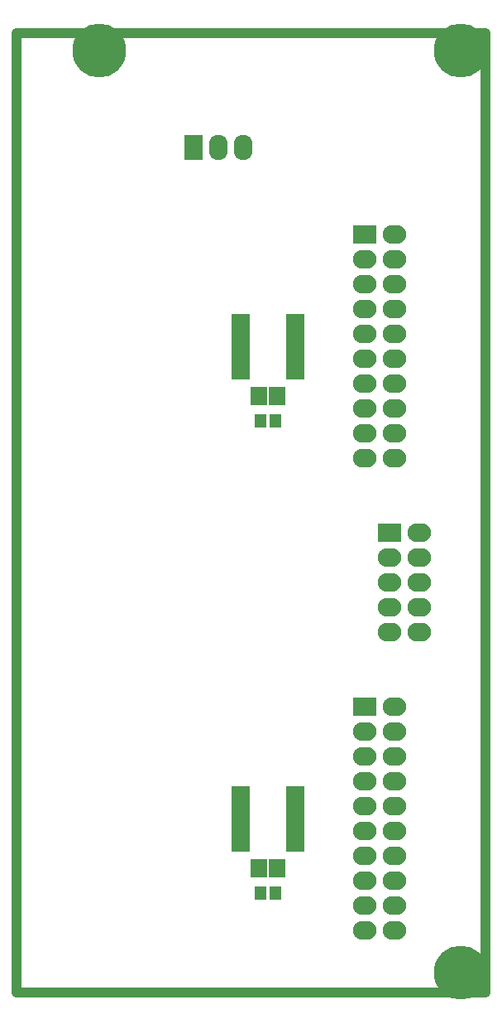
<source format=gbs>
G04 #@! TF.FileFunction,Soldermask,Bot*
%FSLAX46Y46*%
G04 Gerber Fmt 4.6, Leading zero omitted, Abs format (unit mm)*
G04 Created by KiCad (PCBNEW 0.201505152034+5654~23~ubuntu14.04.1-product) date nie, 17 maj 2015, 22:44:27*
%MOMM*%
G01*
G04 APERTURE LIST*
%ADD10C,0.150000*%
%ADD11C,1.000000*%
%ADD12R,2.398980X1.924000*%
%ADD13O,2.398980X1.924000*%
%ADD14R,1.700480X1.898600*%
%ADD15R,1.870660X0.819100*%
%ADD16R,1.924000X2.599640*%
%ADD17O,1.924000X2.599640*%
%ADD18R,1.299160X1.400760*%
%ADD19C,5.500120*%
G04 APERTURE END LIST*
D10*
D11*
X209000000Y-48000000D02*
X209000000Y-146000000D01*
X161000000Y-48000000D02*
X209000000Y-48000000D01*
X161000000Y-146000000D02*
X161000000Y-48000000D01*
X209000000Y-146000000D02*
X161000000Y-146000000D01*
D12*
X196601080Y-116840000D03*
D13*
X199638920Y-116840000D03*
X196601080Y-119380000D03*
X199638920Y-119380000D03*
X196601080Y-121920000D03*
X199638920Y-121920000D03*
X196601080Y-124460000D03*
X199638920Y-124460000D03*
X196601080Y-127000000D03*
X199638920Y-127000000D03*
X196601080Y-129540000D03*
X199638920Y-129540000D03*
X196601080Y-132080000D03*
X199638920Y-132080000D03*
X196601080Y-134620000D03*
X199638920Y-134620000D03*
X196601080Y-137160000D03*
X199638920Y-137160000D03*
X196601080Y-139700000D03*
X199638920Y-139700000D03*
D14*
X187642500Y-133350000D03*
X185737500Y-133350000D03*
D15*
X183890920Y-128595120D03*
X183890920Y-127944880D03*
X183890920Y-127294640D03*
X183890920Y-126644400D03*
X189484000Y-130535680D03*
X183890920Y-130545840D03*
X183890920Y-129895600D03*
X183890920Y-129245360D03*
X189489080Y-125994160D03*
X189489080Y-126644400D03*
X189489080Y-127294640D03*
X189489080Y-127944880D03*
X189489080Y-128595120D03*
X189489080Y-129245360D03*
X183890920Y-125994160D03*
X189484000Y-129895600D03*
X183890920Y-131196080D03*
X183890920Y-125343920D03*
X189489080Y-125343920D03*
X189489080Y-131196080D03*
D14*
X187642500Y-85090000D03*
X185737500Y-85090000D03*
D15*
X183890920Y-80335120D03*
X183890920Y-79684880D03*
X183890920Y-79034640D03*
X183890920Y-78384400D03*
X189484000Y-82275680D03*
X183890920Y-82285840D03*
X183890920Y-81635600D03*
X183890920Y-80985360D03*
X189489080Y-77734160D03*
X189489080Y-78384400D03*
X189489080Y-79034640D03*
X189489080Y-79684880D03*
X189489080Y-80335120D03*
X189489080Y-80985360D03*
X183890920Y-77734160D03*
X189484000Y-81635600D03*
X183890920Y-82936080D03*
X183890920Y-77083920D03*
X189489080Y-77083920D03*
X189489080Y-82936080D03*
D16*
X179070000Y-59690000D03*
D17*
X181610000Y-59690000D03*
X184150000Y-59690000D03*
D12*
X199141080Y-99060000D03*
D13*
X202178920Y-99060000D03*
X199141080Y-101600000D03*
X202178920Y-101600000D03*
X199141080Y-104140000D03*
X202178920Y-104140000D03*
X199141080Y-106680000D03*
X202178920Y-106680000D03*
X199141080Y-109220000D03*
X202178920Y-109220000D03*
D12*
X196601080Y-68580000D03*
D13*
X199638920Y-68580000D03*
X196601080Y-71120000D03*
X199638920Y-71120000D03*
X196601080Y-73660000D03*
X199638920Y-73660000D03*
X196601080Y-76200000D03*
X199638920Y-76200000D03*
X196601080Y-78740000D03*
X199638920Y-78740000D03*
X196601080Y-81280000D03*
X199638920Y-81280000D03*
X196601080Y-83820000D03*
X199638920Y-83820000D03*
X196601080Y-86360000D03*
X199638920Y-86360000D03*
X196601080Y-88900000D03*
X199638920Y-88900000D03*
X196601080Y-91440000D03*
X199638920Y-91440000D03*
D18*
X187441840Y-87630000D03*
X185938160Y-87630000D03*
X187441840Y-135890000D03*
X185938160Y-135890000D03*
D19*
X169400000Y-49800000D03*
X206400000Y-49800000D03*
X206400000Y-144000000D03*
M02*

</source>
